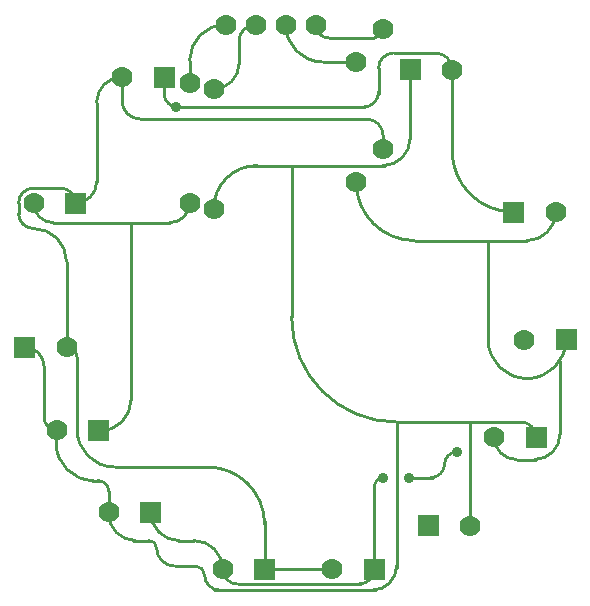
<source format=gbr>
G04 start of page 3 for group 1 idx 1 *
G04 Title: (unknown), solder *
G04 Creator: pcb 20110918 *
G04 CreationDate: Tue Jul 31 21:11:32 2012 UTC *
G04 For: frankenteddy *
G04 Format: Gerber/RS-274X *
G04 PCB-Dimensions: 212500 212500 *
G04 PCB-Coordinate-Origin: lower left *
%MOIN*%
%FSLAX25Y25*%
%LNBOTTOM*%
%ADD22C,0.0350*%
%ADD21C,0.0200*%
%ADD20C,0.0360*%
%ADD19C,0.0700*%
%ADD18C,0.0001*%
%ADD17C,0.0100*%
G54D17*X136000Y152000D02*X92000D01*
X115500Y186500D02*X126500D01*
X134000Y184500D02*Y176000D01*
X135500Y162000D02*Y157500D01*
X71000Y187000D02*Y179500D01*
X66500Y171500D02*X129500D01*
X54500Y167500D02*X130000D01*
X87500Y193500D02*Y186000D01*
X117500Y194500D02*X132500D01*
X153000Y189500D02*X139000D01*
X62500Y181500D02*Y175500D01*
X48500Y181500D02*Y173500D01*
X40000Y146500D02*Y173000D01*
X19000Y144500D02*X28000D01*
X14000Y139500D02*Y136000D01*
X25500Y133000D02*X64500D01*
X182000Y66500D02*X140000D01*
X164500D02*X147375D01*
X164500D02*Y32000D01*
X143500Y48000D02*X152000D01*
X170500Y94000D02*Y127000D01*
X180000Y54000D02*X186500D01*
X194500Y62500D02*Y87000D01*
X140000Y18000D02*Y66500D01*
X144500Y184000D02*Y161000D01*
X183500Y127000D02*X146000D01*
X158500Y184000D02*Y156500D01*
X105000Y101500D02*Y152000D01*
X133000Y10500D02*X79000D01*
X96000Y33500D02*Y17500D01*
X128000Y12500D02*X87000D01*
X118500Y17500D02*X96000D01*
X67000Y27000D02*X72500D01*
X52000D02*X57500D01*
X66000Y18500D02*X73000D01*
X33500Y88000D02*Y63000D01*
X46000Y51500D02*X78000D01*
X38500Y47000D02*X41000D01*
X44000Y43500D02*Y36000D01*
X132500Y17500D02*Y45000D01*
X30000Y120000D02*Y91000D01*
X51500Y74000D02*Y133000D01*
X22500Y68000D02*Y85000D01*
X26500Y59500D02*Y63500D01*
X27000Y64000D01*
X67000Y171500D02*G75*G02X62500Y176000I0J4500D01*G01*
X66000Y18500D02*G75*G02X60000Y24500I0J6000D01*G01*
G75*G03X57500Y27000I-2500J0D01*G01*
X58000Y36500D02*G75*G03X67500Y27000I9500J0D01*G01*
X48500Y173500D02*G75*G03X54500Y167500I6000J0D01*G01*
X48500Y181500D02*G75*G03X40000Y173000I0J-8500D01*G01*
X33000Y139500D02*G75*G03X40000Y146500I0J7000D01*G01*
X33000Y139500D02*G75*G03X28000Y144500I-5000J0D01*G01*
X14000Y139500D02*G75*G02X19000Y144500I5000J0D01*G01*
Y131000D02*G75*G02X14000Y136000I0J5000D01*G01*
X19000Y131000D02*G75*G02X30000Y120000I0J-11000D01*G01*
X19000Y139500D02*G75*G03X25500Y133000I6500J0D01*G01*
X71000Y139500D02*G75*G02X64500Y133000I-6500J0D01*G01*
X41000Y63500D02*G75*G03X51500Y74000I0J10500D01*G01*
X26788Y63812D02*G75*G02X22500Y68100I0J4288D01*G01*
X33500Y64000D02*G75*G03X46000Y51500I12500J0D01*G01*
X39000Y47000D02*G75*G02X26500Y59500I0J12500D01*G01*
X40500Y47000D02*G75*G02X44000Y43500I0J-3500D01*G01*
X53000Y27000D02*G75*G02X44000Y36000I0J9000D01*G01*
X16000Y91500D02*G75*G02X22500Y85000I0J-6500D01*G01*
X30000Y91500D02*G75*G02X33500Y88000I0J-3500D01*G01*
X113000Y199000D02*G75*G03X117500Y194500I4500J0D01*G01*
X135500Y197500D02*G75*G02X132500Y194500I-3000J0D01*G01*
X158500Y184000D02*G75*G03X153000Y189500I-5500J0D01*G01*
X139000D02*G75*G03X134000Y184500I0J-5000D01*G01*
X83000Y199000D02*G75*G03X71000Y187000I0J-12000D01*G01*
X93000Y199000D02*G75*G03X87500Y193500I0J-5500D01*G01*
X79000Y177500D02*G75*G03X87500Y186000I0J8500D01*G01*
X103000Y199000D02*G75*G03X115500Y186500I12500J0D01*G01*
X130000Y167500D02*G75*G02X135500Y162000I0J-5500D01*G01*
Y152000D02*G75*G03X144500Y161000I0J9000D01*G01*
X126500Y146500D02*G75*G03X146000Y127000I19500J0D01*G01*
X134000Y176500D02*G75*G02X129000Y171500I-5000J0D01*G01*
X132500Y17500D02*G75*G02X127500Y12500I-5000J0D01*G01*
X132000Y10500D02*G75*G03X140000Y18500I0J8000D01*G01*
X135500Y48000D02*G75*G03X132500Y45000I0J-3000D01*G01*
X79000Y137500D02*G75*G02X93500Y152000I14500J0D01*G01*
X77000Y51500D02*G75*G02X96000Y32500I0J-19000D01*G01*
X82000Y17500D02*G75*G03X72500Y27000I-9500J0D01*G01*
X82000Y17500D02*G75*G03X87000Y12500I5000J0D01*G01*
X81000Y10500D02*G75*G02X76000Y15500I0J5000D01*G01*
G75*G03X73000Y18500I-3000J0D01*G01*
X196500Y94000D02*G75*G02X183500Y81000I-13000J0D01*G01*
G75*G02X170500Y94000I0J13000D01*G01*
X140000Y66500D02*G75*G02X105000Y101500I0J35000D01*G01*
X194500Y62500D02*G75*G02X186000Y54000I-8500J0D01*G01*
X172500Y61500D02*G75*G03X180000Y54000I7500J0D01*G01*
X151500Y48000D02*G75*G03X156000Y52500I0J4500D01*G01*
G75*G02X160000Y56500I4000J0D01*G01*
X186500Y61500D02*G75*G03X181500Y66500I-5000J0D01*G01*
X193000Y136500D02*G75*G02X183500Y127000I-9500J0D01*G01*
X179000Y136500D02*G75*G02X158500Y157000I0J20500D01*G01*
G54D18*G36*
X147000Y35500D02*Y28500D01*
X154000D01*
Y35500D01*
X147000D01*
G37*
G54D19*X164500Y32000D03*
G54D18*G36*
X193000Y97500D02*Y90500D01*
X200000D01*
Y97500D01*
X193000D01*
G37*
G54D19*X182500Y94000D03*
G54D18*G36*
X183000Y65000D02*Y58000D01*
X190000D01*
Y65000D01*
X183000D01*
G37*
G54D19*X172500Y61500D03*
G54D18*G36*
X37288Y67312D02*Y60312D01*
X44288D01*
Y67312D01*
X37288D01*
G37*
G54D19*X26788Y63812D03*
G54D18*G36*
X12500Y95000D02*Y88000D01*
X19500D01*
Y95000D01*
X12500D01*
G37*
G54D19*X30000Y91500D03*
G54D18*G36*
X54500Y40000D02*Y33000D01*
X61500D01*
Y40000D01*
X54500D01*
G37*
G36*
X92500Y21000D02*Y14000D01*
X99500D01*
Y21000D01*
X92500D01*
G37*
G54D19*X82000Y17500D03*
G54D18*G36*
X129000Y21000D02*Y14000D01*
X136000D01*
Y21000D01*
X129000D01*
G37*
G54D19*X118500Y17500D03*
X44000Y36500D03*
X135500Y197500D03*
X126500Y186500D03*
X79000Y177500D03*
X113000Y199000D03*
X103000D03*
X79000Y137500D03*
G54D18*G36*
X175500Y140000D02*Y133000D01*
X182500D01*
Y140000D01*
X175500D01*
G37*
G54D19*X193000Y136500D03*
X71000Y179500D03*
G54D18*G36*
X59000Y185000D02*Y178000D01*
X66000D01*
Y185000D01*
X59000D01*
G37*
G54D19*X48500Y181500D03*
X71000Y139500D03*
G54D18*G36*
X29500Y143000D02*Y136000D01*
X36500D01*
Y143000D01*
X29500D01*
G37*
G54D19*X19000Y139500D03*
X135500Y157500D03*
X126500Y146500D03*
G54D18*G36*
X141000Y187500D02*Y180500D01*
X148000D01*
Y187500D01*
X141000D01*
G37*
G54D19*X158500Y184000D03*
X93000Y199000D03*
X83000D03*
G54D20*X66500Y171500D03*
X135500Y48000D03*
X144000D03*
X160000Y56500D03*
G54D21*G54D22*M02*

</source>
